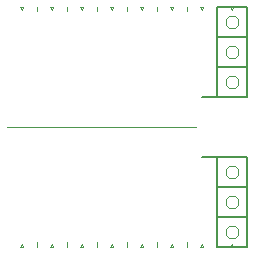
<source format=gbr>
G04 #@! TF.GenerationSoftware,KiCad,Pcbnew,5.0.2-bee76a0~70~ubuntu18.04.1*
G04 #@! TF.CreationDate,2019-03-08T21:19:30-05:00*
G04 #@! TF.ProjectId,2mm100mil-strips,326d6d31-3030-46d6-996c-2d7374726970,rev?*
G04 #@! TF.SameCoordinates,Original*
G04 #@! TF.FileFunction,Legend,Top*
G04 #@! TF.FilePolarity,Positive*
%FSLAX46Y46*%
G04 Gerber Fmt 4.6, Leading zero omitted, Abs format (unit mm)*
G04 Created by KiCad (PCBNEW 5.0.2-bee76a0~70~ubuntu18.04.1) date Fri 08 Mar 2019 21:19:30 EST*
%MOMM*%
%LPD*%
G01*
G04 APERTURE LIST*
%ADD10C,0.200000*%
%ADD11C,0.050000*%
%ADD12C,0.100000*%
G04 APERTURE END LIST*
D10*
X119380000Y-111760000D02*
X119380000Y-109220000D01*
D11*
X121158000Y-110236000D02*
X121158000Y-110744000D01*
X121158000Y-107696000D02*
X121158000Y-108204000D01*
D10*
X121920000Y-111760000D02*
X121920000Y-109220000D01*
X119380000Y-111760000D02*
X121920000Y-111760000D01*
D11*
X121158000Y-110744000D02*
X120904000Y-110998000D01*
X121920000Y-111760000D02*
X121920000Y-111379000D01*
X120904000Y-104902000D02*
X121158000Y-105156000D01*
X121158000Y-108204000D02*
X120904000Y-108458000D01*
D10*
X119380000Y-106680000D02*
X119380000Y-104140000D01*
D11*
X120142000Y-107696000D02*
X120396000Y-107442000D01*
D10*
X119380000Y-106680000D02*
X121920000Y-106680000D01*
D11*
X120142000Y-110236000D02*
X120396000Y-109982000D01*
X120904000Y-110998000D02*
X120396000Y-110998000D01*
X120396000Y-105918000D02*
X120142000Y-105664000D01*
X120142000Y-110744000D02*
X120142000Y-110236000D01*
X120142000Y-108204000D02*
X120142000Y-107696000D01*
X121158000Y-105156000D02*
X121158000Y-105664000D01*
X120396000Y-104902000D02*
X120904000Y-104902000D01*
X120142000Y-105156000D02*
X120396000Y-104902000D01*
D10*
X119380000Y-109220000D02*
X119380000Y-106680000D01*
D11*
X120904000Y-107442000D02*
X121158000Y-107696000D01*
X120396000Y-109982000D02*
X120904000Y-109982000D01*
X120396000Y-108458000D02*
X120142000Y-108204000D01*
D10*
X121920000Y-106680000D02*
X121920000Y-104140000D01*
X119380000Y-109220000D02*
X121920000Y-109220000D01*
D11*
X120142000Y-105664000D02*
X120142000Y-105156000D01*
X120396000Y-110998000D02*
X120142000Y-110744000D01*
X121158000Y-105664000D02*
X120904000Y-105918000D01*
D10*
X121920000Y-109220000D02*
X121920000Y-106680000D01*
D11*
X120904000Y-105918000D02*
X120396000Y-105918000D01*
D10*
X119380000Y-104140000D02*
X121920000Y-104140000D01*
X118110000Y-104140000D02*
X120650000Y-104140000D01*
D11*
X120904000Y-109982000D02*
X121158000Y-110236000D01*
X120904000Y-108458000D02*
X120396000Y-108458000D01*
X120396000Y-107442000D02*
X120904000Y-107442000D01*
X109220000Y-111760000D02*
X109220000Y-111379000D01*
X105537000Y-111760000D02*
X105410000Y-111506000D01*
X119380000Y-111760000D02*
X119380000Y-111379000D01*
X120777000Y-111760000D02*
X120650000Y-111506000D01*
X114300000Y-111760000D02*
X114300000Y-111379000D01*
X104140000Y-111760000D02*
X104140000Y-111379000D01*
X106680000Y-111760000D02*
X106680000Y-111379000D01*
X108077000Y-111760000D02*
X107950000Y-111506000D01*
X111760000Y-111760000D02*
X111760000Y-111379000D01*
X110490000Y-111506000D02*
X110363000Y-111760000D01*
X118110000Y-111506000D02*
X117983000Y-111760000D01*
X112903000Y-111760000D02*
X113157000Y-111760000D01*
X118237000Y-111760000D02*
X118110000Y-111506000D01*
X115570000Y-111506000D02*
X115443000Y-111760000D01*
X110363000Y-111760000D02*
X110617000Y-111760000D01*
X102870000Y-111506000D02*
X102743000Y-111760000D01*
X107950000Y-111506000D02*
X107823000Y-111760000D01*
X107823000Y-111760000D02*
X108077000Y-111760000D01*
X105283000Y-111760000D02*
X105537000Y-111760000D01*
X102743000Y-111760000D02*
X102997000Y-111760000D01*
X113030000Y-111506000D02*
X112903000Y-111760000D01*
X102997000Y-111760000D02*
X102870000Y-111506000D01*
X117983000Y-111760000D02*
X118237000Y-111760000D01*
X120523000Y-111760000D02*
X120777000Y-111760000D01*
X116840000Y-111760000D02*
X116840000Y-111379000D01*
X105410000Y-111506000D02*
X105283000Y-111760000D01*
X110617000Y-111760000D02*
X110490000Y-111506000D01*
X120650000Y-111506000D02*
X120523000Y-111760000D01*
X115443000Y-111760000D02*
X115697000Y-111760000D01*
X113157000Y-111760000D02*
X113030000Y-111506000D01*
X115697000Y-111760000D02*
X115570000Y-111506000D01*
D10*
X120650000Y-99060000D02*
X118110000Y-99060000D01*
D11*
X119380000Y-91440000D02*
X119380000Y-91821000D01*
X116840000Y-91440000D02*
X116840000Y-91821000D01*
X114300000Y-91440000D02*
X114300000Y-91821000D01*
X111760000Y-91440000D02*
X111760000Y-91821000D01*
X109220000Y-91440000D02*
X109220000Y-91821000D01*
X106680000Y-91440000D02*
X106680000Y-91821000D01*
X104140000Y-91440000D02*
X104140000Y-91821000D01*
X120523000Y-91440000D02*
X120650000Y-91694000D01*
X120650000Y-91694000D02*
X120777000Y-91440000D01*
X120777000Y-91440000D02*
X120523000Y-91440000D01*
X117983000Y-91440000D02*
X118110000Y-91694000D01*
X118110000Y-91694000D02*
X118237000Y-91440000D01*
X118237000Y-91440000D02*
X117983000Y-91440000D01*
X115443000Y-91440000D02*
X115570000Y-91694000D01*
X115570000Y-91694000D02*
X115697000Y-91440000D01*
X115697000Y-91440000D02*
X115443000Y-91440000D01*
X112903000Y-91440000D02*
X113030000Y-91694000D01*
X113030000Y-91694000D02*
X113157000Y-91440000D01*
X113157000Y-91440000D02*
X112903000Y-91440000D01*
X110363000Y-91440000D02*
X110490000Y-91694000D01*
X110490000Y-91694000D02*
X110617000Y-91440000D01*
X110617000Y-91440000D02*
X110363000Y-91440000D01*
X107823000Y-91440000D02*
X107950000Y-91694000D01*
X107950000Y-91694000D02*
X108077000Y-91440000D01*
X108077000Y-91440000D02*
X107823000Y-91440000D01*
X105283000Y-91440000D02*
X105410000Y-91694000D01*
X105410000Y-91694000D02*
X105537000Y-91440000D01*
X105537000Y-91440000D02*
X105283000Y-91440000D01*
X102743000Y-91440000D02*
X102870000Y-91694000D01*
X102870000Y-91694000D02*
X102997000Y-91440000D01*
X102997000Y-91440000D02*
X102743000Y-91440000D01*
D10*
X121920000Y-99060000D02*
X119380000Y-99060000D01*
X121920000Y-96520000D02*
X121920000Y-99060000D01*
D11*
X120142000Y-98044000D02*
X120142000Y-97536000D01*
D10*
X119380000Y-96520000D02*
X119380000Y-99060000D01*
X121920000Y-96520000D02*
X119380000Y-96520000D01*
D11*
X120142000Y-97536000D02*
X120396000Y-97282000D01*
X121158000Y-98044000D02*
X120904000Y-98298000D01*
X120396000Y-97282000D02*
X120904000Y-97282000D01*
X121158000Y-97536000D02*
X121158000Y-98044000D01*
X120904000Y-98298000D02*
X120396000Y-98298000D01*
X120904000Y-97282000D02*
X121158000Y-97536000D01*
X120396000Y-98298000D02*
X120142000Y-98044000D01*
D10*
X121920000Y-93980000D02*
X121920000Y-96520000D01*
D11*
X120142000Y-95504000D02*
X120142000Y-94996000D01*
D10*
X119380000Y-93980000D02*
X119380000Y-96520000D01*
X121920000Y-93980000D02*
X119380000Y-93980000D01*
D11*
X120142000Y-94996000D02*
X120396000Y-94742000D01*
X121158000Y-95504000D02*
X120904000Y-95758000D01*
X120396000Y-94742000D02*
X120904000Y-94742000D01*
X121158000Y-94996000D02*
X121158000Y-95504000D01*
X120904000Y-95758000D02*
X120396000Y-95758000D01*
X120904000Y-94742000D02*
X121158000Y-94996000D01*
X120396000Y-95758000D02*
X120142000Y-95504000D01*
D10*
X121920000Y-91440000D02*
X121920000Y-93980000D01*
X119380000Y-91440000D02*
X119380000Y-93980000D01*
D11*
X120142000Y-92964000D02*
X120142000Y-92456000D01*
X120396000Y-93218000D02*
X120142000Y-92964000D01*
X120904000Y-93218000D02*
X120396000Y-93218000D01*
X121158000Y-92964000D02*
X120904000Y-93218000D01*
X121158000Y-92456000D02*
X121158000Y-92964000D01*
X120904000Y-92202000D02*
X121158000Y-92456000D01*
X120396000Y-92202000D02*
X120904000Y-92202000D01*
X120142000Y-92456000D02*
X120396000Y-92202000D01*
D10*
X121920000Y-91440000D02*
X119380000Y-91440000D01*
D12*
X101600000Y-101600000D02*
X117600000Y-101600000D01*
M02*

</source>
